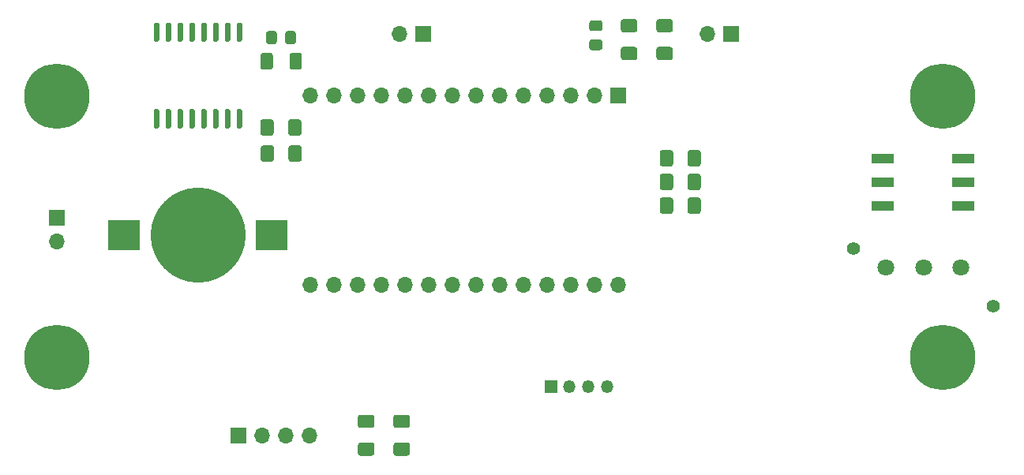
<source format=gts>
G04 #@! TF.GenerationSoftware,KiCad,Pcbnew,(5.1.10)-1*
G04 #@! TF.CreationDate,2021-12-13T23:40:35+01:00*
G04 #@! TF.ProjectId,BikeCounter,42696b65-436f-4756-9e74-65722e6b6963,rev?*
G04 #@! TF.SameCoordinates,Original*
G04 #@! TF.FileFunction,Soldermask,Top*
G04 #@! TF.FilePolarity,Negative*
%FSLAX46Y46*%
G04 Gerber Fmt 4.6, Leading zero omitted, Abs format (unit mm)*
G04 Created by KiCad (PCBNEW (5.1.10)-1) date 2021-12-13 23:40:35*
%MOMM*%
%LPD*%
G01*
G04 APERTURE LIST*
%ADD10C,7.000000*%
%ADD11R,3.500000X3.300000*%
%ADD12C,10.200000*%
%ADD13O,1.700000X1.700000*%
%ADD14R,1.700000X1.700000*%
%ADD15R,1.350000X1.350000*%
%ADD16O,1.350000X1.350000*%
%ADD17C,1.400000*%
%ADD18C,1.800000*%
%ADD19R,2.440000X1.120000*%
G04 APERTURE END LIST*
D10*
X191264000Y-75026000D03*
X191264000Y-103026000D03*
X96264000Y-103026000D03*
X96264000Y-75026000D03*
G36*
G01*
X165304500Y-86116000D02*
X165304500Y-87366000D01*
G75*
G02*
X165054500Y-87616000I-250000J0D01*
G01*
X164129500Y-87616000D01*
G75*
G02*
X163879500Y-87366000I0J250000D01*
G01*
X163879500Y-86116000D01*
G75*
G02*
X164129500Y-85866000I250000J0D01*
G01*
X165054500Y-85866000D01*
G75*
G02*
X165304500Y-86116000I0J-250000D01*
G01*
G37*
G36*
G01*
X162329500Y-86116000D02*
X162329500Y-87366000D01*
G75*
G02*
X162079500Y-87616000I-250000J0D01*
G01*
X161154500Y-87616000D01*
G75*
G02*
X160904500Y-87366000I0J250000D01*
G01*
X160904500Y-86116000D01*
G75*
G02*
X161154500Y-85866000I250000J0D01*
G01*
X162079500Y-85866000D01*
G75*
G02*
X162329500Y-86116000I0J-250000D01*
G01*
G37*
D11*
X103479000Y-89916000D03*
X119279000Y-89916000D03*
D12*
X111379000Y-89916000D03*
D13*
X156464000Y-95250000D03*
X151384000Y-95250000D03*
X136144000Y-95250000D03*
X153924000Y-95250000D03*
X131064000Y-95250000D03*
X128524000Y-95250000D03*
X148844000Y-95250000D03*
X123444000Y-95250000D03*
X125984000Y-95250000D03*
X138684000Y-95250000D03*
X141224000Y-95250000D03*
X143764000Y-95250000D03*
X146304000Y-95250000D03*
X133604000Y-95250000D03*
D14*
X156464000Y-74930000D03*
D13*
X133604000Y-74930000D03*
X146304000Y-74930000D03*
X128524000Y-74930000D03*
X131064000Y-74930000D03*
X153924000Y-74930000D03*
X136144000Y-74930000D03*
X143764000Y-74930000D03*
X125984000Y-74930000D03*
X123444000Y-74930000D03*
X148844000Y-74930000D03*
X151384000Y-74930000D03*
X141224000Y-74930000D03*
X138684000Y-74930000D03*
D15*
X149225000Y-106172000D03*
D16*
X151225000Y-106172000D03*
X153225000Y-106172000D03*
X155225000Y-106172000D03*
D13*
X132969000Y-68326000D03*
D14*
X135509000Y-68326000D03*
D17*
X181667000Y-91345000D03*
X196667000Y-97545000D03*
D18*
X185167000Y-93345000D03*
X189167000Y-93345000D03*
X193167000Y-93345000D03*
D13*
X165989000Y-68326000D03*
D14*
X168529000Y-68326000D03*
D13*
X96264000Y-90566000D03*
D14*
X96264000Y-88026000D03*
G36*
G01*
X130038000Y-113579000D02*
X128788000Y-113579000D01*
G75*
G02*
X128538000Y-113329000I0J250000D01*
G01*
X128538000Y-112404000D01*
G75*
G02*
X128788000Y-112154000I250000J0D01*
G01*
X130038000Y-112154000D01*
G75*
G02*
X130288000Y-112404000I0J-250000D01*
G01*
X130288000Y-113329000D01*
G75*
G02*
X130038000Y-113579000I-250000J0D01*
G01*
G37*
G36*
G01*
X130038000Y-110604000D02*
X128788000Y-110604000D01*
G75*
G02*
X128538000Y-110354000I0J250000D01*
G01*
X128538000Y-109429000D01*
G75*
G02*
X128788000Y-109179000I250000J0D01*
G01*
X130038000Y-109179000D01*
G75*
G02*
X130288000Y-109429000I0J-250000D01*
G01*
X130288000Y-110354000D01*
G75*
G02*
X130038000Y-110604000I-250000J0D01*
G01*
G37*
G36*
G01*
X133848000Y-113579000D02*
X132598000Y-113579000D01*
G75*
G02*
X132348000Y-113329000I0J250000D01*
G01*
X132348000Y-112404000D01*
G75*
G02*
X132598000Y-112154000I250000J0D01*
G01*
X133848000Y-112154000D01*
G75*
G02*
X134098000Y-112404000I0J-250000D01*
G01*
X134098000Y-113329000D01*
G75*
G02*
X133848000Y-113579000I-250000J0D01*
G01*
G37*
G36*
G01*
X133848000Y-110604000D02*
X132598000Y-110604000D01*
G75*
G02*
X132348000Y-110354000I0J250000D01*
G01*
X132348000Y-109429000D01*
G75*
G02*
X132598000Y-109179000I250000J0D01*
G01*
X133848000Y-109179000D01*
G75*
G02*
X134098000Y-109429000I0J-250000D01*
G01*
X134098000Y-110354000D01*
G75*
G02*
X133848000Y-110604000I-250000J0D01*
G01*
G37*
X115697000Y-111379000D03*
D13*
X118237000Y-111379000D03*
X120777000Y-111379000D03*
X123317000Y-111379000D03*
G36*
G01*
X156982000Y-66724500D02*
X158232000Y-66724500D01*
G75*
G02*
X158482000Y-66974500I0J-250000D01*
G01*
X158482000Y-67899500D01*
G75*
G02*
X158232000Y-68149500I-250000J0D01*
G01*
X156982000Y-68149500D01*
G75*
G02*
X156732000Y-67899500I0J250000D01*
G01*
X156732000Y-66974500D01*
G75*
G02*
X156982000Y-66724500I250000J0D01*
G01*
G37*
G36*
G01*
X156982000Y-69699500D02*
X158232000Y-69699500D01*
G75*
G02*
X158482000Y-69949500I0J-250000D01*
G01*
X158482000Y-70874500D01*
G75*
G02*
X158232000Y-71124500I-250000J0D01*
G01*
X156982000Y-71124500D01*
G75*
G02*
X156732000Y-70874500I0J250000D01*
G01*
X156732000Y-69949500D01*
G75*
G02*
X156982000Y-69699500I250000J0D01*
G01*
G37*
G36*
G01*
X160792000Y-66724500D02*
X162042000Y-66724500D01*
G75*
G02*
X162292000Y-66974500I0J-250000D01*
G01*
X162292000Y-67899500D01*
G75*
G02*
X162042000Y-68149500I-250000J0D01*
G01*
X160792000Y-68149500D01*
G75*
G02*
X160542000Y-67899500I0J250000D01*
G01*
X160542000Y-66974500D01*
G75*
G02*
X160792000Y-66724500I250000J0D01*
G01*
G37*
G36*
G01*
X160792000Y-69699500D02*
X162042000Y-69699500D01*
G75*
G02*
X162292000Y-69949500I0J-250000D01*
G01*
X162292000Y-70874500D01*
G75*
G02*
X162042000Y-71124500I-250000J0D01*
G01*
X160792000Y-71124500D01*
G75*
G02*
X160542000Y-70874500I0J250000D01*
G01*
X160542000Y-69949500D01*
G75*
G02*
X160792000Y-69699500I250000J0D01*
G01*
G37*
G36*
G01*
X153600999Y-66862000D02*
X154501001Y-66862000D01*
G75*
G02*
X154751000Y-67111999I0J-249999D01*
G01*
X154751000Y-67762001D01*
G75*
G02*
X154501001Y-68012000I-249999J0D01*
G01*
X153600999Y-68012000D01*
G75*
G02*
X153351000Y-67762001I0J249999D01*
G01*
X153351000Y-67111999D01*
G75*
G02*
X153600999Y-66862000I249999J0D01*
G01*
G37*
G36*
G01*
X153600999Y-68912000D02*
X154501001Y-68912000D01*
G75*
G02*
X154751000Y-69161999I0J-249999D01*
G01*
X154751000Y-69812001D01*
G75*
G02*
X154501001Y-70062000I-249999J0D01*
G01*
X153600999Y-70062000D01*
G75*
G02*
X153351000Y-69812001I0J249999D01*
G01*
X153351000Y-69161999D01*
G75*
G02*
X153600999Y-68912000I249999J0D01*
G01*
G37*
G36*
G01*
X115674000Y-67096000D02*
X115974000Y-67096000D01*
G75*
G02*
X116124000Y-67246000I0J-150000D01*
G01*
X116124000Y-68996000D01*
G75*
G02*
X115974000Y-69146000I-150000J0D01*
G01*
X115674000Y-69146000D01*
G75*
G02*
X115524000Y-68996000I0J150000D01*
G01*
X115524000Y-67246000D01*
G75*
G02*
X115674000Y-67096000I150000J0D01*
G01*
G37*
G36*
G01*
X114404000Y-67096000D02*
X114704000Y-67096000D01*
G75*
G02*
X114854000Y-67246000I0J-150000D01*
G01*
X114854000Y-68996000D01*
G75*
G02*
X114704000Y-69146000I-150000J0D01*
G01*
X114404000Y-69146000D01*
G75*
G02*
X114254000Y-68996000I0J150000D01*
G01*
X114254000Y-67246000D01*
G75*
G02*
X114404000Y-67096000I150000J0D01*
G01*
G37*
G36*
G01*
X113134000Y-67096000D02*
X113434000Y-67096000D01*
G75*
G02*
X113584000Y-67246000I0J-150000D01*
G01*
X113584000Y-68996000D01*
G75*
G02*
X113434000Y-69146000I-150000J0D01*
G01*
X113134000Y-69146000D01*
G75*
G02*
X112984000Y-68996000I0J150000D01*
G01*
X112984000Y-67246000D01*
G75*
G02*
X113134000Y-67096000I150000J0D01*
G01*
G37*
G36*
G01*
X111864000Y-67096000D02*
X112164000Y-67096000D01*
G75*
G02*
X112314000Y-67246000I0J-150000D01*
G01*
X112314000Y-68996000D01*
G75*
G02*
X112164000Y-69146000I-150000J0D01*
G01*
X111864000Y-69146000D01*
G75*
G02*
X111714000Y-68996000I0J150000D01*
G01*
X111714000Y-67246000D01*
G75*
G02*
X111864000Y-67096000I150000J0D01*
G01*
G37*
G36*
G01*
X110594000Y-67096000D02*
X110894000Y-67096000D01*
G75*
G02*
X111044000Y-67246000I0J-150000D01*
G01*
X111044000Y-68996000D01*
G75*
G02*
X110894000Y-69146000I-150000J0D01*
G01*
X110594000Y-69146000D01*
G75*
G02*
X110444000Y-68996000I0J150000D01*
G01*
X110444000Y-67246000D01*
G75*
G02*
X110594000Y-67096000I150000J0D01*
G01*
G37*
G36*
G01*
X109324000Y-67096000D02*
X109624000Y-67096000D01*
G75*
G02*
X109774000Y-67246000I0J-150000D01*
G01*
X109774000Y-68996000D01*
G75*
G02*
X109624000Y-69146000I-150000J0D01*
G01*
X109324000Y-69146000D01*
G75*
G02*
X109174000Y-68996000I0J150000D01*
G01*
X109174000Y-67246000D01*
G75*
G02*
X109324000Y-67096000I150000J0D01*
G01*
G37*
G36*
G01*
X108054000Y-67096000D02*
X108354000Y-67096000D01*
G75*
G02*
X108504000Y-67246000I0J-150000D01*
G01*
X108504000Y-68996000D01*
G75*
G02*
X108354000Y-69146000I-150000J0D01*
G01*
X108054000Y-69146000D01*
G75*
G02*
X107904000Y-68996000I0J150000D01*
G01*
X107904000Y-67246000D01*
G75*
G02*
X108054000Y-67096000I150000J0D01*
G01*
G37*
G36*
G01*
X106784000Y-67096000D02*
X107084000Y-67096000D01*
G75*
G02*
X107234000Y-67246000I0J-150000D01*
G01*
X107234000Y-68996000D01*
G75*
G02*
X107084000Y-69146000I-150000J0D01*
G01*
X106784000Y-69146000D01*
G75*
G02*
X106634000Y-68996000I0J150000D01*
G01*
X106634000Y-67246000D01*
G75*
G02*
X106784000Y-67096000I150000J0D01*
G01*
G37*
G36*
G01*
X106784000Y-76396000D02*
X107084000Y-76396000D01*
G75*
G02*
X107234000Y-76546000I0J-150000D01*
G01*
X107234000Y-78296000D01*
G75*
G02*
X107084000Y-78446000I-150000J0D01*
G01*
X106784000Y-78446000D01*
G75*
G02*
X106634000Y-78296000I0J150000D01*
G01*
X106634000Y-76546000D01*
G75*
G02*
X106784000Y-76396000I150000J0D01*
G01*
G37*
G36*
G01*
X108054000Y-76396000D02*
X108354000Y-76396000D01*
G75*
G02*
X108504000Y-76546000I0J-150000D01*
G01*
X108504000Y-78296000D01*
G75*
G02*
X108354000Y-78446000I-150000J0D01*
G01*
X108054000Y-78446000D01*
G75*
G02*
X107904000Y-78296000I0J150000D01*
G01*
X107904000Y-76546000D01*
G75*
G02*
X108054000Y-76396000I150000J0D01*
G01*
G37*
G36*
G01*
X109324000Y-76396000D02*
X109624000Y-76396000D01*
G75*
G02*
X109774000Y-76546000I0J-150000D01*
G01*
X109774000Y-78296000D01*
G75*
G02*
X109624000Y-78446000I-150000J0D01*
G01*
X109324000Y-78446000D01*
G75*
G02*
X109174000Y-78296000I0J150000D01*
G01*
X109174000Y-76546000D01*
G75*
G02*
X109324000Y-76396000I150000J0D01*
G01*
G37*
G36*
G01*
X110594000Y-76396000D02*
X110894000Y-76396000D01*
G75*
G02*
X111044000Y-76546000I0J-150000D01*
G01*
X111044000Y-78296000D01*
G75*
G02*
X110894000Y-78446000I-150000J0D01*
G01*
X110594000Y-78446000D01*
G75*
G02*
X110444000Y-78296000I0J150000D01*
G01*
X110444000Y-76546000D01*
G75*
G02*
X110594000Y-76396000I150000J0D01*
G01*
G37*
G36*
G01*
X111864000Y-76396000D02*
X112164000Y-76396000D01*
G75*
G02*
X112314000Y-76546000I0J-150000D01*
G01*
X112314000Y-78296000D01*
G75*
G02*
X112164000Y-78446000I-150000J0D01*
G01*
X111864000Y-78446000D01*
G75*
G02*
X111714000Y-78296000I0J150000D01*
G01*
X111714000Y-76546000D01*
G75*
G02*
X111864000Y-76396000I150000J0D01*
G01*
G37*
G36*
G01*
X113134000Y-76396000D02*
X113434000Y-76396000D01*
G75*
G02*
X113584000Y-76546000I0J-150000D01*
G01*
X113584000Y-78296000D01*
G75*
G02*
X113434000Y-78446000I-150000J0D01*
G01*
X113134000Y-78446000D01*
G75*
G02*
X112984000Y-78296000I0J150000D01*
G01*
X112984000Y-76546000D01*
G75*
G02*
X113134000Y-76396000I150000J0D01*
G01*
G37*
G36*
G01*
X114404000Y-76396000D02*
X114704000Y-76396000D01*
G75*
G02*
X114854000Y-76546000I0J-150000D01*
G01*
X114854000Y-78296000D01*
G75*
G02*
X114704000Y-78446000I-150000J0D01*
G01*
X114404000Y-78446000D01*
G75*
G02*
X114254000Y-78296000I0J150000D01*
G01*
X114254000Y-76546000D01*
G75*
G02*
X114404000Y-76396000I150000J0D01*
G01*
G37*
G36*
G01*
X115674000Y-76396000D02*
X115974000Y-76396000D01*
G75*
G02*
X116124000Y-76546000I0J-150000D01*
G01*
X116124000Y-78296000D01*
G75*
G02*
X115974000Y-78446000I-150000J0D01*
G01*
X115674000Y-78446000D01*
G75*
G02*
X115524000Y-78296000I0J150000D01*
G01*
X115524000Y-76546000D01*
G75*
G02*
X115674000Y-76396000I150000J0D01*
G01*
G37*
D19*
X184798000Y-81661000D03*
X193408000Y-86741000D03*
X184798000Y-84201000D03*
X193408000Y-84201000D03*
X184798000Y-86741000D03*
X193408000Y-81661000D03*
G36*
G01*
X165304500Y-81036000D02*
X165304500Y-82286000D01*
G75*
G02*
X165054500Y-82536000I-250000J0D01*
G01*
X164129500Y-82536000D01*
G75*
G02*
X163879500Y-82286000I0J250000D01*
G01*
X163879500Y-81036000D01*
G75*
G02*
X164129500Y-80786000I250000J0D01*
G01*
X165054500Y-80786000D01*
G75*
G02*
X165304500Y-81036000I0J-250000D01*
G01*
G37*
G36*
G01*
X162329500Y-81036000D02*
X162329500Y-82286000D01*
G75*
G02*
X162079500Y-82536000I-250000J0D01*
G01*
X161154500Y-82536000D01*
G75*
G02*
X160904500Y-82286000I0J250000D01*
G01*
X160904500Y-81036000D01*
G75*
G02*
X161154500Y-80786000I250000J0D01*
G01*
X162079500Y-80786000D01*
G75*
G02*
X162329500Y-81036000I0J-250000D01*
G01*
G37*
G36*
G01*
X165304500Y-83576000D02*
X165304500Y-84826000D01*
G75*
G02*
X165054500Y-85076000I-250000J0D01*
G01*
X164129500Y-85076000D01*
G75*
G02*
X163879500Y-84826000I0J250000D01*
G01*
X163879500Y-83576000D01*
G75*
G02*
X164129500Y-83326000I250000J0D01*
G01*
X165054500Y-83326000D01*
G75*
G02*
X165304500Y-83576000I0J-250000D01*
G01*
G37*
G36*
G01*
X162329500Y-83576000D02*
X162329500Y-84826000D01*
G75*
G02*
X162079500Y-85076000I-250000J0D01*
G01*
X161154500Y-85076000D01*
G75*
G02*
X160904500Y-84826000I0J250000D01*
G01*
X160904500Y-83576000D01*
G75*
G02*
X161154500Y-83326000I250000J0D01*
G01*
X162079500Y-83326000D01*
G75*
G02*
X162329500Y-83576000I0J-250000D01*
G01*
G37*
G36*
G01*
X122469000Y-77734000D02*
X122469000Y-78984000D01*
G75*
G02*
X122219000Y-79234000I-250000J0D01*
G01*
X121294000Y-79234000D01*
G75*
G02*
X121044000Y-78984000I0J250000D01*
G01*
X121044000Y-77734000D01*
G75*
G02*
X121294000Y-77484000I250000J0D01*
G01*
X122219000Y-77484000D01*
G75*
G02*
X122469000Y-77734000I0J-250000D01*
G01*
G37*
G36*
G01*
X119494000Y-77734000D02*
X119494000Y-78984000D01*
G75*
G02*
X119244000Y-79234000I-250000J0D01*
G01*
X118319000Y-79234000D01*
G75*
G02*
X118069000Y-78984000I0J250000D01*
G01*
X118069000Y-77734000D01*
G75*
G02*
X118319000Y-77484000I250000J0D01*
G01*
X119244000Y-77484000D01*
G75*
G02*
X119494000Y-77734000I0J-250000D01*
G01*
G37*
G36*
G01*
X122505500Y-80528000D02*
X122505500Y-81778000D01*
G75*
G02*
X122255500Y-82028000I-250000J0D01*
G01*
X121330500Y-82028000D01*
G75*
G02*
X121080500Y-81778000I0J250000D01*
G01*
X121080500Y-80528000D01*
G75*
G02*
X121330500Y-80278000I250000J0D01*
G01*
X122255500Y-80278000D01*
G75*
G02*
X122505500Y-80528000I0J-250000D01*
G01*
G37*
G36*
G01*
X119530500Y-80528000D02*
X119530500Y-81778000D01*
G75*
G02*
X119280500Y-82028000I-250000J0D01*
G01*
X118355500Y-82028000D01*
G75*
G02*
X118105500Y-81778000I0J250000D01*
G01*
X118105500Y-80528000D01*
G75*
G02*
X118355500Y-80278000I250000J0D01*
G01*
X119280500Y-80278000D01*
G75*
G02*
X119530500Y-80528000I0J-250000D01*
G01*
G37*
G36*
G01*
X118678000Y-69157001D02*
X118678000Y-68256999D01*
G75*
G02*
X118927999Y-68007000I249999J0D01*
G01*
X119578001Y-68007000D01*
G75*
G02*
X119828000Y-68256999I0J-249999D01*
G01*
X119828000Y-69157001D01*
G75*
G02*
X119578001Y-69407000I-249999J0D01*
G01*
X118927999Y-69407000D01*
G75*
G02*
X118678000Y-69157001I0J249999D01*
G01*
G37*
G36*
G01*
X120728000Y-69157001D02*
X120728000Y-68256999D01*
G75*
G02*
X120977999Y-68007000I249999J0D01*
G01*
X121628001Y-68007000D01*
G75*
G02*
X121878000Y-68256999I0J-249999D01*
G01*
X121878000Y-69157001D01*
G75*
G02*
X121628001Y-69407000I-249999J0D01*
G01*
X120977999Y-69407000D01*
G75*
G02*
X120728000Y-69157001I0J249999D01*
G01*
G37*
G36*
G01*
X118082500Y-71897003D02*
X118082500Y-70596997D01*
G75*
G02*
X118332497Y-70347000I249997J0D01*
G01*
X119157503Y-70347000D01*
G75*
G02*
X119407500Y-70596997I0J-249997D01*
G01*
X119407500Y-71897003D01*
G75*
G02*
X119157503Y-72147000I-249997J0D01*
G01*
X118332497Y-72147000D01*
G75*
G02*
X118082500Y-71897003I0J249997D01*
G01*
G37*
G36*
G01*
X121207500Y-71897003D02*
X121207500Y-70596997D01*
G75*
G02*
X121457497Y-70347000I249997J0D01*
G01*
X122282503Y-70347000D01*
G75*
G02*
X122532500Y-70596997I0J-249997D01*
G01*
X122532500Y-71897003D01*
G75*
G02*
X122282503Y-72147000I-249997J0D01*
G01*
X121457497Y-72147000D01*
G75*
G02*
X121207500Y-71897003I0J249997D01*
G01*
G37*
M02*

</source>
